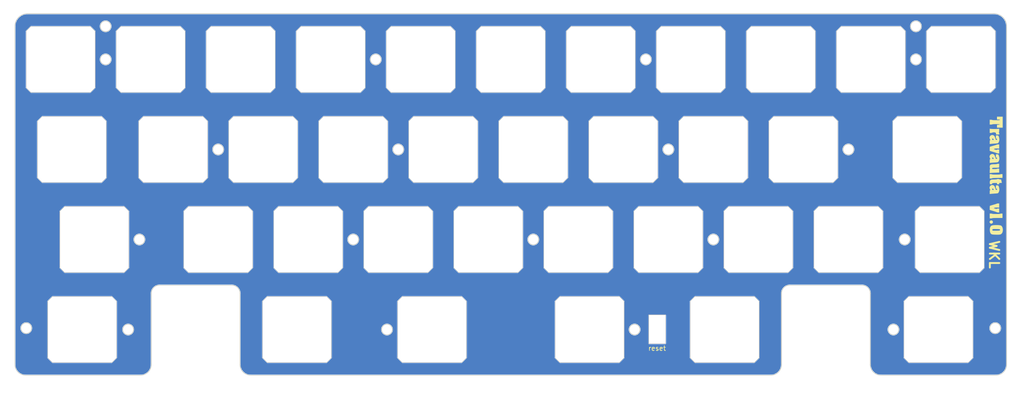
<source format=kicad_pcb>
(kicad_pcb (version 20221018) (generator pcbnew)
  (layers (0 "F.Cu" signal) (1 "In1.Cu" signal) (2 "In2.Cu" signal) (31 "B.Cu" signal) (34 "B.Paste" user) (35 "F.Paste" user) (36 "B.SilkS" user "B.Silkscreen") (37 "F.SilkS" user "F.Silkscreen") (38 "B.Mask" user) (39 "F.Mask" user) (44 "Edge.Cuts" user))
  (net 0 "")
  (net 1 "GND")
  (footprint "cipulot_parts:ecs_plate_cut_1U" (layer "F.Cu") (at 194.47 114.3)
    (fp_text reference "REF**")
    (fp_text value "Value " hide)
    (fp_line (start -7.3 -6) (end -7.3 6) (stroke (width 0.12)) (layer "Edge.Cuts"))
    (fp_line (start -7.3 6) (end -6.3 7) (stroke (width 0.12)) (layer "Edge.Cuts"))
    (fp_line (start -6.3 -7) (end -7.3 -6) (stroke (width 0.12)) (layer "Edge.Cuts"))
    (fp_line (start -6.3 7) (end 6.3 7) (stroke (width 0.12)) (layer "Edge.Cuts"))
    (fp_line (start 6.3 -7) (end -6.3 -7) (stroke (width 0.12)) (layer "Edge.Cuts"))
    (fp_line (start 6.3 -7) (end 7.3 -6) (stroke (width 0.12)) (layer "Edge.Cuts"))
    (fp_line (start 6.3 7) (end 7.3 6) (stroke (width 0.12)) (layer "Edge.Cuts"))
    (fp_line (start 7.3 6) (end 7.3 -6) (stroke (width 0.12)) (layer "Edge.Cuts"))
  )
  (footprint "cipulot_parts:ecs_plate_cut_1U" (layer "F.Cu") (at 225.425 57.15)
    (fp_text reference "REF**")
    (fp_text value "Value " hide)
    (fp_line (start -7.3 -6) (end -7.3 6) (stroke (width 0.12)) (layer "Edge.Cuts"))
    (fp_line (start -7.3 6) (end -6.3 7) (stroke (width 0.12)) (layer "Edge.Cuts"))
    (fp_line (start -6.3 -7) (end -7.3 -6) (stroke (width 0.12)) (layer "Edge.Cuts"))
    (fp_line (start -6.3 7) (end 6.3 7) (stroke (width 0.12)) (layer "Edge.Cuts"))
    (fp_line (start 6.3 -7) (end -6.3 -7) (stroke (width 0.12)) (layer "Edge.Cuts"))
    (fp_line (start 6.3 -7) (end 7.3 -6) (stroke (width 0.12)) (layer "Edge.Cuts"))
    (fp_line (start 6.3 7) (end 7.3 6) (stroke (width 0.12)) (layer "Edge.Cuts"))
    (fp_line (start 7.3 6) (end 7.3 -6) (stroke (width 0.12)) (layer "Edge.Cuts"))
  )
  (footprint "cipulot_parts:ecs_plate_cut_1U" (layer "F.Cu") (at 77.7875 76.2)
    (fp_text reference "REF**")
    (fp_text value "Value " hide)
    (fp_line (start -7.3 -6) (end -7.3 6) (stroke (width 0.12)) (layer "Edge.Cuts"))
    (fp_line (start -7.3 6) (end -6.3 7) (stroke (width 0.12)) (layer "Edge.Cuts"))
    (fp_line (start -6.3 -7) (end -7.3 -6) (stroke (width 0.12)) (layer "Edge.Cuts"))
    (fp_line (start -6.3 7) (end 6.3 7) (stroke (width 0.12)) (layer "Edge.Cuts"))
    (fp_line (start 6.3 -7) (end -6.3 -7) (stroke (width 0.12)) (layer "Edge.Cuts"))
    (fp_line (start 6.3 -7) (end 7.3 -6) (stroke (width 0.12)) (layer "Edge.Cuts"))
    (fp_line (start 6.3 7) (end 7.3 6) (stroke (width 0.12)) (layer "Edge.Cuts"))
    (fp_line (start 7.3 6) (end 7.3 -6) (stroke (width 0.12)) (layer "Edge.Cuts"))
  )
  (footprint "cipulot_parts:ecs_plate_cut_1U" (layer "F.Cu") (at 206.375 57.15)
    (fp_text reference "REF**")
    (fp_text value "Value " hide)
    (fp_line (start -7.3 -6) (end -7.3 6) (stroke (width 0.12)) (layer "Edge.Cuts"))
    (fp_line (start -7.3 6) (end -6.3 7) (stroke (width 0.12)) (layer "Edge.Cuts"))
    (fp_line (start -6.3 -7) (end -7.3 -6) (stroke (width 0.12)) (layer "Edge.Cuts"))
    (fp_line (start -6.3 7) (end 6.3 7) (stroke (width 0.12)) (layer "Edge.Cuts"))
    (fp_line (start 6.3 -7) (end -6.3 -7) (stroke (width 0.12)) (layer "Edge.Cuts"))
    (fp_line (start 6.3 -7) (end 7.3 -6) (stroke (width 0.12)) (layer "Edge.Cuts"))
    (fp_line (start 6.3 7) (end 7.3 6) (stroke (width 0.12)) (layer "Edge.Cuts"))
    (fp_line (start 7.3 6) (end 7.3 -6) (stroke (width 0.12)) (layer "Edge.Cuts"))
  )
  (footprint "cipulot_parts:ecs_plate_cut_1U" (layer "F.Cu") (at 125.4125 95.25)
    (fp_text reference "REF**")
    (fp_text value "Value " hide)
    (fp_line (start -7.3 -6) (end -7.3 6) (stroke (width 0.12)) (layer "Edge.Cuts"))
    (fp_line (start -7.3 6) (end -6.3 7) (stroke (width 0.12)) (layer "Edge.Cuts"))
    (fp_line (start -6.3 -7) (end -7.3 -6) (stroke (width 0.12)) (layer "Edge.Cuts"))
    (fp_line (start -6.3 7) (end 6.3 7) (stroke (width 0.12)) (layer "Edge.Cuts"))
    (fp_line (start 6.3 -7) (end -6.3 -7) (stroke (width 0.12)) (layer "Edge.Cuts"))
    (fp_line (start 6.3 -7) (end 7.3 -6) (stroke (width 0.12)) (layer "Edge.Cuts"))
    (fp_line (start 6.3 7) (end 7.3 6) (stroke (width 0.12)) (layer "Edge.Cuts"))
    (fp_line (start 7.3 6) (end 7.3 -6) (stroke (width 0.12)) (layer "Edge.Cuts"))
  )
  (footprint "cipulot_parts:ecs_plate_cut_1U" (layer "F.Cu") (at 115.8875 76.2)
    (fp_text reference "REF**")
    (fp_text value "Value " hide)
    (fp_line (start -7.3 -6) (end -7.3 6) (stroke (width 0.12)) (layer "Edge.Cuts"))
    (fp_line (start -7.3 6) (end -6.3 7) (stroke (width 0.12)) (layer "Edge.Cuts"))
    (fp_line (start -6.3 -7) (end -7.3 -6) (stroke (width 0.12)) (layer "Edge.Cuts"))
    (fp_line (start -6.3 7) (end 6.3 7) (stroke (width 0.12)) (layer "Edge.Cuts"))
    (fp_line (start 6.3 -7) (end -6.3 -7) (stroke (width 0.12)) (layer "Edge.Cuts"))
    (fp_line (start 6.3 -7) (end 7.3 -6) (stroke (width 0.12)) (layer "Edge.Cuts"))
    (fp_line (start 6.3 7) (end 7.3 6) (stroke (width 0.12)) (layer "Edge.Cuts"))
    (fp_line (start 7.3 6) (end 7.3 -6) (stroke (width 0.12)) (layer "Edge.Cuts"))
  )
  (footprint "cipulot_parts:ecs_plate_cut_1U" (layer "F.Cu") (at 163.5125 95.25)
    (fp_text reference "REF**")
    (fp_text value "Value " hide)
    (fp_line (start -7.3 -6) (end -7.3 6) (stroke (width 0.12)) (layer "Edge.Cuts"))
    (fp_line (start -7.3 6) (end -6.3 7) (stroke (width 0.12)) (layer "Edge.Cuts"))
    (fp_line (start -6.3 -7) (end -7.3 -6) (stroke (width 0.12)) (layer "Edge.Cuts"))
    (fp_line (start -6.3 7) (end 6.3 7) (stroke (width 0.12)) (layer "Edge.Cuts"))
    (fp_line (start 6.3 -7) (end -6.3 -7) (stroke (width 0.12)) (layer "Edge.Cuts"))
    (fp_line (start 6.3 -7) (end 7.3 -6) (stroke (width 0.12)) (layer "Edge.Cuts"))
    (fp_line (start 6.3 7) (end 7.3 6) (stroke (width 0.12)) (layer "Edge.Cuts"))
    (fp_line (start 7.3 6) (end 7.3 -6) (stroke (width 0.12)) (layer "Edge.Cuts"))
  )
  (footprint "cipulot_parts:ecs_plate_cut_1U" (layer "F.Cu") (at 153.9875 76.2)
    (fp_text reference "REF**")
    (fp_text value "Value " hide)
    (fp_line (start -7.3 -6) (end -7.3 6) (stroke (width 0.12)) (layer "Edge.Cuts"))
    (fp_line (start -7.3 6) (end -6.3 7) (stroke (width 0.12)) (layer "Edge.Cuts"))
    (fp_line (start -6.3 -7) (end -7.3 -6) (stroke (width 0.12)) (layer "Edge.Cuts"))
    (fp_line (start -6.3 7) (end 6.3 7) (stroke (width 0.12)) (layer "Edge.Cuts"))
    (fp_line (start 6.3 -7) (end -6.3 -7) (stroke (width 0.12)) (layer "Edge.Cuts"))
    (fp_line (start 6.3 -7) (end 7.3 -6) (stroke (width 0.12)) (layer "Edge.Cuts"))
    (fp_line (start 6.3 7) (end 7.3 6) (stroke (width 0.12)) (layer "Edge.Cuts"))
    (fp_line (start 7.3 6) (end 7.3 -6) (stroke (width 0.12)) (layer "Edge.Cuts"))
  )
  (footprint "cipulot_parts:ecs_plate_cut_1U" (layer "F.Cu") (at 168.275 57.15)
    (fp_text reference "REF**")
    (fp_text value "Value " hide)
    (fp_line (start -7.3 -6) (end -7.3 6) (stroke (width 0.12)) (layer "Edge.Cuts"))
    (fp_line (start -7.3 6) (end -6.3 7) (stroke (width 0.12)) (layer "Edge.Cuts"))
    (fp_line (start -6.3 -7) (end -7.3 -6) (stroke (width 0.12)) (layer "Edge.Cuts"))
    (fp_line (start -6.3 7) (end 6.3 7) (stroke (width 0.12)) (layer "Edge.Cuts"))
    (fp_line (start 6.3 -7) (end -6.3 -7) (stroke (width 0.12)) (layer "Edge.Cuts"))
    (fp_line (start 6.3 -7) (end 7.3 -6) (stroke (width 0.12)) (layer "Edge.Cuts"))
    (fp_line (start 6.3 7) (end 7.3 6) (stroke (width 0.12)) (layer "Edge.Cuts"))
    (fp_line (start 7.3 6) (end 7.3 -6) (stroke (width 0.12)) (layer "Edge.Cuts"))
  )
  (footprint "cipulot_parts:ecs_plate_cut_1U" (layer "F.Cu") (at 134.9375 76.2)
    (fp_text reference "REF**")
    (fp_text value "Value " hide)
    (fp_line (start -7.3 -6) (end -7.3 6) (stroke (width 0.12)) (layer "Edge.Cuts"))
    (fp_line (start -7.3 6) (end -6.3 7) (stroke (width 0.12)) (layer "Edge.Cuts"))
    (fp_line (start -6.3 -7) (end -7.3 -6) (stroke (width 0.12)) (layer "Edge.Cuts"))
    (fp_line (start -6.3 7) (end 6.3 7) (stroke (width 0.12)) (layer "Edge.Cuts"))
    (fp_line (start 6.3 -7) (end -6.3 -7) (stroke (width 0.12)) (layer "Edge.Cuts"))
    (fp_line (start 6.3 -7) (end 7.3 -6) (stroke (width 0.12)) (layer "Edge.Cuts"))
    (fp_line (start 6.3 7) (end 7.3 6) (stroke (width 0.12)) (layer "Edge.Cuts"))
    (fp_line (start 7.3 6) (end 7.3 -6) (stroke (width 0.12)) (layer "Edge.Cuts"))
  )
  (footprint "cipulot_parts:ecs_plate_cut_1U" (layer "F.Cu") (at 130.175 57.15)
    (fp_text reference "REF**")
    (fp_text value "Value " hide)
    (fp_line (start -7.3 -6) (end -7.3 6) (stroke (width 0.12)) (layer "Edge.Cuts"))
    (fp_line (start -7.3 6) (end -6.3 7) (stroke (width 0.12)) (layer "Edge.Cuts"))
    (fp_line (start -6.3 -7) (end -7.3 -6) (stroke (width 0.12)) (layer "Edge.Cuts"))
    (fp_line (start -6.3 7) (end 6.3 7) (stroke (width 0.12)) (layer "Edge.Cuts"))
    (fp_line (start 6.3 -7) (end -6.3 -7) (stroke (width 0.12)) (layer "Edge.Cuts"))
    (fp_line (start 6.3 -7) (end 7.3 -6) (stroke (width 0.12)) (layer "Edge.Cuts"))
    (fp_line (start 6.3 7) (end 7.3 6) (stroke (width 0.12)) (layer "Edge.Cuts"))
    (fp_line (start 7.3 6) (end 7.3 -6) (stroke (width 0.12)) (layer "Edge.Cuts"))
  )
  (footprint "cipulot_parts:ecs_plate_cut_1U" (layer "F.Cu") (at 220.6625 95.25)
    (fp_text reference "REF**")
    (fp_text value "Value " hide)
    (fp_line (start -7.3 -6) (end -7.3 6) (stroke (width 0.12)) (layer "Edge.Cuts"))
    (fp_line (start -7.3 6) (end -6.3 7) (stroke (width 0.12)) (layer "Edge.Cuts"))
    (fp_line (start -6.3 -7) (end -7.3 -6) (stroke (width 0.12)) (layer "Edge.Cuts"))
    (fp_line (start -6.3 7) (end 6.3 7) (stroke (width 0.12)) (layer "Edge.Cuts"))
    (fp_line (start 6.3 -7) (end -6.3 -7) (stroke (width 0.12)) (layer "Edge.Cuts"))
    (fp_line (start 6.3 -7) (end 7.3 -6) (stroke (width 0.12)) (layer "Edge.Cuts"))
    (fp_line (start 6.3 7) (end 7.3 6) (stroke (width 0.12)) (layer "Edge.Cuts"))
    (fp_line (start 7.3 6) (end 7.3 -6) (stroke (width 0.12)) (layer "Edge.Cuts"))
  )
  (footprint "cipulot_parts:ecs_plate_cut_1U" (layer "F.Cu") (at 92.075 57.15)
    (fp_text reference "REF**")
    (fp_text value "Value " hide)
    (fp_line (start -7.3 -6) (end -7.3 6) (stroke (width 0.12)) (layer "Edge.Cuts"))
    (fp_line (start -7.3 6) (end -6.3 7) (stroke (width 0.12)) (layer "Edge.Cuts"))
    (fp_line (start -6.3 -7) (end -7.3 -6) (stroke (width 0.12)) (layer "Edge.Cuts"))
    (fp_line (start -6.3 7) (end 6.3 7) (stroke (width 0.12)) (layer "Edge.Cuts"))
    (fp_line (start 6.3 -7) (end -6.3 -7) (stroke (width 0.12)) (layer "Edge.Cuts"))
    (fp_line (start 6.3 -7) (end 7.3 -6) (stroke (width 0.12)) (layer "Edge.Cuts"))
    (fp_line (start 6.3 7) (end 7.3 6) (stroke (width 0.12)) (layer "Edge.Cuts"))
    (fp_line (start 7.3 6) (end 7.3 -6) (stroke (width 0.12)) (layer "Edge.Cuts"))
  )
  (footprint "cipulot_parts:ecs_plate_cut_1U" (layer "F.Cu") (at 58.53125 114.3)
    (fp_text reference "REF**")
    (fp_text value "Value " hide)
    (fp_line (start -7.3 -6) (end -7.3 6) (stroke (width 0.12)) (layer "Edge.Cuts"))
    (fp_line (start -7.3 6) (end -6.3 7) (stroke (width 0.12)) (layer "Edge.Cuts"))
    (fp_line (start -6.3 -7) (end -7.3 -6) (stroke (width 0.12)) (layer "Edge.Cuts"))
    (fp_line (start -6.3 7) (end 6.3 7) (stroke (width 0.12)) (layer "Edge.Cuts"))
    (fp_line (start 6.3 -7) (end -6.3 -7) (stroke (width 0.12)) (layer "Edge.Cuts"))
    (fp_line (start 6.3 -7) (end 7.3 -6) (stroke (width 0.12)) (layer "Edge.Cuts"))
    (fp_line (start 6.3 7) (end 7.3 6) (stroke (width 0.12)) (layer "Edge.Cuts"))
    (fp_line (start 7.3 6) (end 7.3 -6) (stroke (width 0.12)) (layer "Edge.Cuts"))
  )
  (footprint "cipulot_parts:ecs_plate_cut_1U" (layer "F.Cu") (at 87.3125 95.25)
    (fp_text reference "REF**")
    (fp_text value "Value " hide)
    (fp_line (start -7.3 -6) (end -7.3 6) (stroke (width 0.12)) (layer "Edge.Cuts"))
    (fp_line (start -7.3 6) (end -6.3 7) (stroke (width 0.12)) (layer "Edge.Cuts"))
    (fp_line (start -6.3 -7) (end -7.3 -6) (stroke (width 0.12)) (layer "Edge.Cuts"))
    (fp_line (start -6.3 7) (end 6.3 7) (stroke (width 0.12)) (layer "Edge.Cuts"))
    (fp_line (start 6.3 -7) (end -6.3 -7) (stroke (width 0.12)) (layer "Edge.Cuts"))
    (fp_line (start 6.3 -7) (end 7.3 -6) (stroke (width 0.12)) (layer "Edge.Cuts"))
    (fp_line (start 6.3 7) (end 7.3 6) (stroke (width 0.12)) (layer "Edge.Cuts"))
    (fp_line (start 7.3 6) (end 7.3 -6) (stroke (width 0.12)) (layer "Edge.Cuts"))
  )
  (footprint "cipulot_parts:ecs_plate_cut_1U" (layer "F.Cu") (at 53.975 57.15)
    (fp_text reference "REF**")
    (fp_text value "Value " hide)
    (fp_line (start -7.3 -6) (end -7.3 6) (stroke (width 0.12)) (layer "Edge.Cuts"))
    (fp_line (start -7.3 6) (end -6.3 7) (stroke (width 0.12)) (layer "Edge.Cuts"))
    (fp_line (start -6.3 -7) (end -7.3 -6) (stroke (width 0.12)) (layer "Edge.Cuts"))
    (fp_line (start -6.3 7) (end 6.3 7) (stroke (width 0.12)) (layer "Edge.Cuts"))
    (fp_line (start 6.3 -7) (end -6.3 -7) (stroke (width 0.12)) (layer "Edge.Cuts"))
    (fp_line (start 6.3 -7) (end 7.3 -6) (stroke (width 0.12)) (layer "Edge.Cuts"))
    (fp_line (start 6.3 7) (end 7.3 6) (stroke (width 0.12)) (layer "Edge.Cuts"))
    (fp_line (start 7.3 6) (end 7.3 -6) (stroke (width 0.12)) (layer "Edge.Cuts"))
  )
  (footprint "cipulot_parts:ecs_plate_cut_1U" (layer "F.Cu") (at 165.892 114.3)
    (fp_text reference "REF**")
    (fp_text value "Value " hide)
    (fp_line (start -7.3 -6) (end -7.3 6) (stroke (width 0.12)) (layer "Edge.Cuts"))
    (fp_line (start -7.3 6) (end -6.3 7) (stroke (width 0.12)) (layer "Edge.Cuts"))
    (fp_line (start -6.3 -7) (end -7.3 -6) (stroke (width 0.12)) (layer "Edge.Cuts"))
    (fp_line (start -6.3 7) (end 6.3 7) (stroke (width 0.12)) (layer "Edge.Cuts"))
    (fp_line (start 6.3 -7) (end -6.3 -7) (stroke (width 0.12)) (layer "Edge.Cuts"))
    (fp_line (start 6.3 -7) (end 7.3 -6) (stroke (width 0.12)) (layer "Edge.Cuts"))
    (fp_line (start 6.3 7) (end 7.3 6) (stroke (width 0.12)) (layer "Edge.Cuts"))
    (fp_line (start 7.3 6) (end 7.3 -6) (stroke (width 0.12)) (layer "Edge.Cuts"))
  )
  (footprint "cipulot_parts:ecs_plate_cut_1U" (layer "F.Cu") (at 182.5625 95.25)
    (fp_text reference "REF**")
    (fp_text value "Value " hide)
    (fp_line (start -7.3 -6) (end -7.3 6) (stroke (width 0.12)) (layer "Edge.Cuts"))
    (fp_line (start -7.3 6) (end -6.3 7) (stroke (width 0.12)) (layer "Edge.Cuts"))
    (fp_line (start -6.3 -7) (end -7.3 -6) (stroke (width 0.12)) (layer "Edge.Cuts"))
    (fp_line (start -6.3 7) (end 6.3 7) (stroke (width 0.12)) (layer "Edge.Cuts"))
    (fp_line (start 6.3 -7) (end -6.3 -7) (stroke (width 0.12)) (layer "Edge.Cuts"))
    (fp_line (start 6.3 -7) (end 7.3 -6) (stroke (width 0.12)) (layer "Edge.Cuts"))
    (fp_line (start 6.3 7) (end 7.3 6) (stroke (width 0.12)) (layer "Edge.Cuts"))
    (fp_line (start 7.3 6) (end 7.3 -6) (stroke (width 0.12)) (layer "Edge.Cuts"))
  )
  (footprint "LOGO" (layer "F.Cu") (at 251.908901 81.748493 -90)
    (fp_text reference "G***" hide)
    (fp_text value "LOGO" hide)
  )
  (footprint "cipulot_parts:ecs_plate_cut_1U" (layer "F.Cu") (at 144.4625 95.25)
    (fp_text reference "REF**")
    (fp_text value "Value " hide)
    (fp_line (start -7.3 -6) (end -7.3 6) (stroke (width 0.12)) (layer "Edge.Cuts"))
    (fp_line (start -7.3 6) (end -6.3 7) (stroke (width 0.12)) (layer "Edge.Cuts"))
    (fp_line (start -6.3 -7) (end -7.3 -6) (stroke (width 0.12)) (layer "Edge.Cuts"))
    (fp_line (start -6.3 7) (end 6.3 7) (stroke (width 0.12)) (layer "Edge.Cuts"))
    (fp_line (start 6.3 -7) (end -6.3 -7) (stroke (width 0.12)) (layer "Edge.Cuts"))
    (fp_line (start 6.3 -7) (end 7.3 -6) (stroke (width 0.12)) (layer "Edge.Cuts"))
    (fp_line (start 6.3 7) (end 7.3 6) (stroke (width 0.12)) (layer "Edge.Cuts"))
    (fp_line (start 7.3 6) (end 7.3 -6) (stroke (width 0.12)) (layer "Edge.Cuts"))
  )
  (footprint "cipulot_parts:ecs_plate_cut_1U" (layer "F.Cu") (at 173.0375 76.2)
    (fp_text reference "REF**")
    (fp_text value "Value " hide)
    (fp_line (start -7.3 -6) (end -7.3 6) (stroke (width 0.12)) (layer "Edge.Cuts"))
    (fp_line (start -7.3 6) (end -6.3 7) (stroke (width 0.12)) (layer "Edge.Cuts"))
    (fp_line (start -6.3 -7) (end -7.3 -6) (stroke (width 0.12)) (layer "Edge.Cuts"))
    (fp_line (start -6.3 7) (end 6.3 7) (stroke (width 0.12)) (layer "Edge.Cuts"))
    (fp_line (start 6.3 -7) (end -6.3 -7) (stroke (width 0.12)) (layer "Edge.Cuts"))
    (fp_line (start 6.3 -7) (end 7.3 -6) (stroke (width 0.12)) (layer "Edge.Cuts"))
    (fp_line (start 6.3 7) (end 7.3 6) (stroke (width 0.12)) (layer "Edge.Cuts"))
    (fp_line (start 7.3 6) (end 7.3 -6) (stroke (width 0.12)) (layer "Edge.Cuts"))
  )
  (footprint "cipulot_parts:ecs_plate_cut_1U" (layer "F.Cu") (at 149.225 57.15)
    (fp_text reference "REF**")
    (fp_text value "Value " hide)
    (fp_line (start -7.3 -6) (end -7.3 6) (stroke (width 0.12)) (layer "Edge.Cuts"))
    (fp_line (start -7.3 6) (end -6.3 7) (stroke (width 0.12)) (layer "Edge.Cuts"))
    (fp_line (start -6.3 -7) (end -7.3 -6) (stroke (width 0.12)) (layer "Edge.Cuts"))
    (fp_line (start -6.3 7) (end 6.3 7) (stroke (width 0.12)) (layer "Edge.Cuts"))
    (fp_line (start 6.3 -7) (end -6.3 -7) (stroke (width 0.12)) (layer "Edge.Cuts"))
    (fp_line (start 6.3 -7) (end 7.3 -6) (stroke (width 0.12)) (layer "Edge.Cuts"))
    (fp_line (start 6.3 7) (end 7.3 6) (stroke (width 0.12)) (layer "Edge.Cuts"))
    (fp_line (start 7.3 6) (end 7.3 -6) (stroke (width 0.12)) (layer "Edge.Cuts"))
  )
  (footprint "cipulot_parts:ecs_plate_cut_1U" (layer "F.Cu") (at 73.025 57.15)
    (fp_text reference "REF**")
    (fp_text value "Value " hide)
    (fp_line (start -7.3 -6) (end -7.3 6) (stroke (width 0.12)) (layer "Edge.Cuts"))
    (fp_line (start -7.3 6) (end -6.3 7) (stroke (width 0.12)) (layer "Edge.Cuts"))
    (fp_line (start -6.3 -7) (end -7.3 -6) (stroke (width 0.12)) (layer "Edge.Cuts"))
    (fp_line (start -6.3 7) (end 6.3 7) (stroke (width 0.12)) (layer "Edge.Cuts"))
    (fp_line (start 6.3 -7) (end -6.3 -7) (stroke (width 0.12)) (layer "Edge.Cuts"))
    (fp_line (start 6.3 -7) (end 7.3 -6) (stroke (width 0.12)) (layer "Edge.Cuts"))
    (fp_line (start 6.3 7) (end 7.3 6) (stroke (width 0.12)) (layer "Edge.Cuts"))
    (fp_line (start 7.3 6) (end 7.3 -6) (stroke (width 0.12)) (layer "Edge.Cuts"))
  )
  (footprint "cipulot_parts:ecs_plate_cut_1U" (layer "F.Cu") (at 237.33 76.2)
    (fp_text reference "REF**")
    (fp_text value "Value " hide)
    (fp_line (start -7.3 -6) (end -7.3 6) (stroke (width 0.12)) (layer "Edge.Cuts"))
    (fp_line (start -7.3 6) (end -6.3 7) (stroke (width 0.12)) (layer "Edge.Cuts"))
    (fp_line (start -6.3 -7) (end -7.3 -6) (stroke (width 0.12)) (layer "Edge.Cuts"))
    (fp_line (start -6.3 7) (end 6.3 7) (stroke (width 0.12)) (layer "Edge.Cuts"))
    (fp_line (start 6.3 -7) (end -6.3 -7) (stroke (width 0.12)) (layer "Edge.Cuts"))
    (fp_line (start 6.3 -7) (end 7.3 -6) (stroke (width 0.12)) (layer "Edge.Cuts"))
    (fp_line (start 6.3 7) (end 7.3 6) (stroke (width 0.12)) (layer "Edge.Cuts"))
    (fp_line (start 7.3 6) (end 7.3 -6) (stroke (width 0.12)) (layer "Edge.Cuts"))
  )
  (footprint "cipulot_parts:ecs_plate_cut_1U" (layer "F.Cu") (at 103.98 114.3)
    (fp_text reference "REF**")
    (fp_text value "Value " hide)
    (fp_line (start -7.3 -6) (end -7.3 6) (stroke (width 0.12)) (layer "Edge.Cuts"))
    (fp_line (start -7.3 6) (end -6.3 7) (stroke (width 0.12)) (layer "Edge.Cuts"))
    (fp_line (start -6.3 -7) (end -7.3 -6) (stroke (width 0.12)) (layer "Edge.Cuts"))
    (fp_line (start -6.3 7) (end 6.3 7) (stroke (width 0.12)) (layer "Edge.Cuts"))
    (fp_line (start 6.3 -7) (end -6.3 -7) (stroke (width 0.12)) (layer "Edge.Cuts"))
    (fp_line (start 6.3 -7) (end 7.3 -6) (stroke (width 0.12)) (layer "Edge.Cuts"))
    (fp_line (start 6.3 7) (end 7.3 6) (stroke (width 0.12)) (layer "Edge.Cuts"))
    (fp_line (start 7.3 6) (end 7.3 -6) (stroke (width 0.12)) (layer "Edge.Cuts"))
  )
  (footprint "cipulot_parts:ecs_plate_cut_1U" (layer "F.Cu") (at 239.7125 114.3)
    (fp_text reference "REF**")
    (fp_text value "Value " hide)
    (fp_line (start -7.3 -6) (end -7.3 6) (stroke (width 0.12)) (layer "Edge.Cuts"))
    (fp_line (start -7.3 6) (end -6.3 7) (stroke (width 0.12)) (layer "Edge.Cuts"))
    (fp_line (start -6.3 -7) (end -7.3 -6) (stroke (width 0.12)) (layer "Edge.Cuts"))
    (fp_line (start -6.3 7) (end 6.3 7) (stroke (width 0.12)) (layer "Edge.Cuts"))
    (fp_line (start 6.3 -7) (end -6.3 -7) (stroke (width 0.12)) (layer "Edge.Cuts"))
    (fp_line (start 6.3 -7) (end 7.3 -6) (stroke (width 0.12)) (layer "Edge.Cuts"))
    (fp_line (start 6.3 7) (end 7.3 6) (stroke (width 0.12)) (layer "Edge.Cuts"))
    (fp_line (start 7.3 6) (end 7.3 -6) (stroke (width 0.12)) (layer "Edge.Cuts"))
  )
  (footprint "cipulot_parts:ecs_plate_cut_1U" (layer "F.Cu") (at 192.0875 76.2)
    (fp_text reference "REF**")
    (fp_text value "Value " hide)
    (fp_line (start -7.3 -6) (end -7.3 6) (stroke (width 0.12)) (layer "Edge.Cuts"))
    (fp_line (start -7.3 6) (end -6.3 7) (stroke (width 0.12)) (layer "Edge.Cuts"))
    (fp_line (start -6.3 -7) (end -7.3 -6) (stroke (width 0.12)) (layer "Edge.Cuts"))
    (fp_line (start -6.3 7) (end 6.3 7) (stroke (width 0.12)) (layer "Edge.Cuts"))
    (fp_line (start 6.3 -7) (end -6.3 -7) (stroke (width 0.12)) (layer "Edge.Cuts"))
    (fp_line (start 6.3 -7) (end 7.3 -6) (stroke (width 0.12)) (layer "Edge.Cuts"))
    (fp_line (start 6.3 7) (end 7.3 6) (stroke (width 0.12)) (layer "Edge.Cuts"))
    (fp_line (start 7.3 6) (end 7.3 -6) (stroke (width 0.12)) (layer "Edge.Cuts"))
  )
  (footprint "cipulot_parts:ecs_plate_cut_1U" (layer "F.Cu") (at 242.095 95.25)
    (fp_text reference "REF**")
    (fp_text value "Value " hide)
    (fp_line (start -7.3 -6) (end -7.3 6) (stroke (width 0.12)) (layer "Edge.Cuts"))
    (fp_line (start -7.3 6) (end -6.3 7) (stroke (width 0.12)) (layer "Edge.Cuts"))
    (fp_line (start -6.3 -7) (end -7.3 -6) (stroke (width 0.12)) (layer "Edge.Cuts"))
    (fp_line (start -6.3 7) (end 6.3 7) (stroke (width 0.12)) (layer "Edge.Cuts"))
    (fp_line (start 6.3 -7) (end -6.3 -7) (stroke (width 0.12)) (layer "Edge.Cuts"))
    (fp_line (start 6.3 -7) (end 7.3 -6) (stroke (width 0.12)) (layer "Edge.Cuts"))
    (fp_line (start 6.3 7) (end 7.3 6) (stroke (width 0.12)) (layer "Edge.Cuts"))
    (fp_line (start 7.3 6) (end 7.3 -6) (stroke (width 0.12)) (layer "Edge.Cuts"))
  )
  (footprint "cipulot_parts:ecs_plate_cut_1U" (layer "F.Cu") (at 187.325 57.15)
    (fp_text reference "REF**")
    (fp_text value "Value " hide)
    (fp_line (start -7.3 -6) (end -7.3 6) (stroke (width 0.12)) (layer "Edge.Cuts"))
    (fp_line (start -7.3 6) (end -6.3 7) (stroke (width 0.12)) (layer "Edge.Cuts"))
    (fp_line (start -6.3 -7) (end -7.3 -6) (stroke (width 0.12)) (layer "Edge.Cuts"))
    (fp_line (start -6.3 7) (end 6.3 7) (stroke (width 0.12)) (layer "Edge.Cuts"))
    (fp_line (start 6.3 -7) (end -6.3 -7) (stroke (width 0.12)) (layer "Edge.Cuts"))
    (fp_line (start 6.3 -7) (end 7.3 -6) (stroke (width 0.12)) (layer "Edge.Cuts"))
    (fp_line (start 6.3 7) (end 7.3 6) (stroke (width 0.12)) (layer "Edge.Cuts"))
    (fp_line (start 7.3 6) (end 7.3 -6) (stroke (width 0.12)) (layer "Edge.Cuts"))
  )
  (footprint "cipulot_parts:ecs_plate_cut_1U" (layer "F.Cu") (at 201.6125 95.25)
    (fp_text reference "REF**")
    (fp_text value "Value " hide)
    (fp_line (start -7.3 -6) (end -7.3 6) (stroke (width 0.12)) (layer "Edge.Cuts"))
    (fp_line (start -7.3 6) (end -6.3 7) (stroke (width 0.12)) (layer "Edge.Cuts"))
    (fp_line (start -6.3 -7) (end -7.3 -6) (stroke (width 0.12)) (layer "Edge.Cuts"))
    (fp_line (start -6.3 7) (end 6.3 7) (stroke (width 0.12)) (layer "Edge.Cuts"))
    (fp_line (start 6.3 -7) (end -6.3 -7) (stroke (width 0.12)) (layer "Edge.Cuts"))
    (fp_line (start 6.3 -7) (end 7.3 -6) (stroke (width 0.12)) (layer "Edge.Cuts"))
    (fp_line (start 6.3 7) (end 7.3 6) (stroke (width 0.12)) (layer "Edge.Cuts"))
    (fp_line (start 7.3 6) (end 7.3 -6) (stroke (width 0.12)) (layer "Edge.Cuts"))
  )
  (footprint "cipulot_parts:ecs_plate_cut_1U" (layer "F.Cu") (at 61.12 95.25)
    (fp_text reference "REF**")
    (fp_text value "Value " hide)
    (fp_line (start -7.3 -6) (end -7.3 6) (stroke (width 0.12)) (layer "Edge.Cuts"))
    (fp_line (start -7.3 6) (end -6.3 7) (stroke (width 0.12)) (layer "Edge.Cuts"))
    (fp_line (start -6.3 -7) (end -7.3 -6) (stroke (width 0.12)) (layer "Edge.Cuts"))
    (fp_line (start -6.3 7) (end 6.3 7) (stroke (width 0.12)) (layer "Edge.Cuts"))
    (fp_line (start 6.3 -7) (end -6.3 -7) (stroke (width 0.12)) (layer "Edge.Cuts"))
    (fp_line (start 6.3 -7) (end 7.3 -6) (stroke (width 0.12)) (layer "Edge.Cuts"))
    (fp_line (start 6.3 7) (end 7.3 6) (stroke (width 0.12)) (layer "Edge.Cuts"))
    (fp_line (start 7.3 6) (end 7.3 -6) (stroke (width 0.12)) (layer "Edge.Cuts"))
  )
  (footprint "cipulot_parts:ecs_plate_cut_1U" (layer "F.Cu") (at 56.358 76.2)
    (fp_text reference "REF**")
    (fp_text value "Value " hide)
    (fp_line (start -7.3 -6) (end -7.3 6) (stroke (width 0.12)) (layer "Edge.Cuts"))
    (fp_line (start -7.3 6) (end -6.3 7) (stroke (width 0.12)) (layer "Edge.Cuts"))
    (fp_line (start -6.3 -7) (end -7.3 -6) (stroke (width 0.12)) (layer "Edge.Cuts"))
    (fp_line (start -6.3 7) (end 6.3 7) (stroke (width 0.12)) (layer "Edge.Cuts"))
    (fp_line (start 6.3 -7) (end -6.3 -7) (stroke (width 0.12)) (layer "Edge.Cuts"))
    (fp_line (start 6.3 -7) (end 7.3 -6) (stroke (width 0.12)) (layer "Edge.Cuts"))
    (fp_line (start 6.3 7) (end 7.3 6) (stroke (width 0.12)) (layer "Edge.Cuts"))
    (fp_line (start 7.3 6) (end 7.3 -6) (stroke (width 0.12)) (layer "Edge.Cuts"))
  )
  (footprint "cipulot_parts:ecs_plate_cut_1U" (layer "F.Cu") (at 244.475 57.15)
    (fp_text reference "REF**")
    (fp_text value "Value " hide)
    (fp_line (start -7.3 -6) (end -7.3 6) (stroke (width 0.12)) (layer "Edge.Cuts"))
    (fp_line (start -7.3 6) (end -6.3 7) (stroke (width 0.12)) (layer "Edge.Cuts"))
    (fp_line (start -6.3 -7) (end -7.3 -6) (stroke (width 0.12)) (layer "Edge.Cuts"))
    (fp_line (start -6.3 7) (end 6.3 7) (stroke (width 0.12)) (layer "Edge.Cuts"))
    (fp_line (start 6.3 -7) (end -6.3 -7) (stroke (width 0.12)) (layer "Edge.Cuts"))
    (fp_line (start 6.3 -7) (end 7.3 -6) (stroke (width 0.12)) (layer "Edge.Cuts"))
    (fp_line (start 6.3 7) (end 7.3 6) (stroke (width 0.12)) (layer "Edge.Cuts"))
    (fp_line (start 7.3 6) (end 7.3 -6) (stroke (width 0.12)) (layer "Edge.Cuts"))
  )
  (footprint "cipulot_parts:ecs_plate_cut_1U" (layer "F.Cu") (at 211.1375 76.2)
    (fp_text reference "REF**")
    (fp_text value "Value " hide)
    (fp_line (start -7.3 -6) (end -7.3 6) (stroke (width 0.12)) (layer "Edge.Cuts"))
    (fp_line (start -7.3 6) (end -6.3 7) (stroke (width 0.12)) (layer "Edge.Cuts"))
    (fp_line (start -6.3 -7) (end -7.3 -6) (stroke (width 0.12)) (layer "Edge.Cuts"))
    (fp_line (start -6.3 7) (end 6.3 7) (stroke (width 0.12)) (layer "Edge.Cuts"))
    (fp_line (start 6.3 -7) (end -6.3 -7) (stroke (width 0.12)) (layer "Edge.Cuts"))
    (fp_line (start 6.3 -7) (end 7.3 -6) (stroke (width 0.12)) (layer "Edge.Cuts"))
    (fp_line (start 6.3 7) (end 7.3 6) (stroke (width 0.12)) (layer "Edge.Cuts"))
    (fp_line (start 7.3 6) (end 7.3 -6) (stroke (width 0.12)) (layer "Edge.Cuts"))
  )
  (footprint "cipulot_parts:ecs_plate_cut_1U" (layer "F.Cu") (at 111.125 57.15)
    (fp_text reference "REF**")
    (fp_text value "Value " hide)
    (fp_line (start -7.3 -6) (end -7.3 6) (stroke (width 0.12)) (layer "Edge.Cuts"))
    (fp_line (start -7.3 6) (end -6.3 7) (stroke (width 0.12)) (layer "Edge.Cuts"))
    (fp_line (start -6.3 -7) (end -7.3 -6) (stroke (width 0.12)) (layer "Edge.Cuts"))
    (fp_line (start -6.3 7) (end 6.3 7) (stroke (width 0.12)) (layer "Edge.Cuts"))
    (fp_line (start 6.3 -7) (end -6.3 -7) (stroke (width 0.12)) (layer "Edge.Cuts"))
    (fp_line (start 6.3 -7) (end 7.3 -6) (stroke (width 0.12)) (layer "Edge.Cuts"))
    (fp_line (start 6.3 7) (end 7.3 6) (stroke (width 0.12)) (layer "Edge.Cuts"))
    (fp_line (start 7.3 6) (end 7.3 -6) (stroke (width 0.12)) (layer "Edge.Cuts"))
  )
  (footprint "cipulot_parts:ecs_plate_cut_1U" (layer "F.Cu") (at 106.3625 95.25)
    (fp_text reference "REF**")
    (fp_text value "Value " hide)
    (fp_line (start -7.3 -6) (end -7.3 6) (stroke (width 0.12)) (layer "Edge.Cuts"))
    (fp_line (start -7.3 6) (end -6.3 7) (stroke (width 0.12)) (layer "Edge.Cuts"))
    (fp_line (start -6.3 -7) (end -7.3 -6) (stroke (width 0.12)) (layer "Edge.Cuts"))
    (fp_line (start -6.3 7) (end 6.3 7) (stroke (width 0.12)) (layer "Edge.Cuts"))
    (fp_line (start 6.3 -7) (end -6.3 -7) (stroke (width 0.12)) (layer "Edge.Cuts"))
    (fp_line (start 6.3 -7) (end 7.3 -6) (stroke (width 0.12)) (layer "Edge.Cuts"))
    (fp_line (start 6.3 7) (end 7.3 6) (stroke (width 0.12)) (layer "Edge.Cuts"))
    (fp_line (start 7.3 6) (end 7.3 -6) (stroke (width 0.12)) (layer "Edge.Cuts"))
  )
  (footprint "cipulot_parts:ecs_plate_cut_1U" (layer "F.Cu") (at 96.8375 76.2)
    (fp_text reference "REF**")
    (fp_text value "Value " hide)
    (fp_line (start -7.3 -6) (end -7.3 6) (stroke (width 0.12)) (layer "Edge.Cuts"))
    (fp_line (start -7.3 6) (end -6.3 7) (stroke (width 0.12)) (layer "Edge.Cuts"))
    (fp_line (start -6.3 -7) (end -7.3 -6) (stroke (width 0.12)) (layer "Edge.Cuts"))
    (fp_line (start -6.3 7) (end 6.3 7) (stroke (width 0.12)) (layer "Edge.Cuts"))
    (fp_line (start 6.3 -7) (end -6.3 -7) (stroke (width 0.12)) (layer "Edge.Cuts"))
    (fp_line (start 6.3 -7) (end 7.3 -6) (stroke (width 0.12)) (layer "Edge.Cuts"))
    (fp_line (start 6.3 7) (end 7.3 6) (stroke (width 0.12)) (layer "Edge.Cuts"))
    (fp_line (start 7.3 6) (end 7.3 -6) (stroke (width 0.12)) (layer "Edge.Cuts"))
  )
  (footprint "cipulot_parts:ecs_plate_cut_1U" (layer "F.Cu") (at 132.555 114.3)
    (fp_text reference "REF**")
    (fp_text value "Value " hide)
    (fp_line (start -7.3 -6) (end -7.3 6) (stroke (width 0.12)) (layer "Edge.Cuts"))
    (fp_line (start -7.3 6) (end -6.3 7) (stroke (width 0.12)) (layer "Edge.Cuts"))
    (fp_line (start -6.3 -7) (end -7.3 -6) (stroke (width 0.12)) (layer "Edge.Cuts"))
    (fp_line (start -6.3 7) (end 6.3 7) (stroke (width 0.12)) (layer "Edge.Cuts"))
    (fp_line (start 6.3 -7) (end -6.3 -7) (stroke (width 0.12)) (layer "Edge.Cuts"))
    (fp_line (start 6.3 -7) (end 7.3 -6) (stroke (width 0.12)) (layer "Edge.Cuts"))
    (fp_line (start 6.3 7) (end 7.3 6) (stroke (width 0.12)) (layer "Edge.Cuts"))
    (fp_line (start 7.3 6) (end 7.3 -6) (stroke (width 0.12)) (layer "Edge.Cuts"))
  )
  (gr_circle (center 234.95 57.15) (end 236.1 57.15) (stroke (width 0.2)) (fill none) (layer "Edge.Cuts"))
  (gr_circle (center 175.41875 114.3) (end 176.56875 114.3) (stroke (width 0.2)) (fill none) (layer "Edge.Cuts"))
  (gr_arc (start 254.119326 121.693572) (mid 253.460299 123.28453) (end 251.869326 123.943572) (stroke (width 0.2)) (layer "Edge.Cuts"))
  (gr_circle (center 220.6625 76.2) (end 221.8125 76.2) (stroke (width 0.2)) (fill none) (layer "Edge.Cuts"))
  (gr_circle (center 120.65 57.15) (end 121.8 57.15) (stroke (width 0.2)) (fill none) (layer "Edge.Cuts"))
  (gr_circle (center 177.8 57.15) (end 178.95 57.15) (stroke (width 0.2)) (fill none) (layer "Edge.Cuts"))
  (gr_circle (center 123.03125 114.3) (end 124.18125 114.3) (stroke (width 0.2)) (fill none) (layer "Edge.Cuts"))
  (gr_circle (center 192.0875 95.25) (end 193.2375 95.25) (stroke (width 0.2)) (fill none) (layer "Edge.Cuts"))
  (gr_arc (start 206.494326 121.693572) (mid 205.835299 123.28453) (end 204.244326 123.943572) (stroke (width 0.2)) (layer "Edge.Cuts"))
  (gr_arc (start 206.494326 106.643572) (mid 207.006871 105.406103) (end 208.244326 104.893572) (stroke (width 0.2)) (layer "Edge.Cuts"))
  (gr_line (start 208.244326 104.893572) (end 223.544326 104.893572) (stroke (width 0.2)) (layer "Edge.Cuts"))
  (gr_arc (start 94.194326 123.943572) (mid 92.603318 123.284565) (end 91.944326 121.693572) (stroke (width 0.2)) (layer "Edge.Cuts"))
  (gr_arc (start 44.319326 50.143572) (mid 45.095493 48.269739) (end 46.969326 47.493572) (stroke (width 0.2)) (layer "Edge.Cuts"))
  (gr_line (start 91.944326 106.643572) (end 91.944326 121.693572) (stroke (width 0.2)) (layer "Edge.Cuts"))
  (gr_arc (start 227.544326 123.943572) (mid 225.953318 123.284565) (end 225.294326 121.693572) (stroke (width 0.2)) (layer "Edge.Cuts"))
  (gr_circle (center 153.9875 95.25) (end 155.1375 95.25) (stroke (width 0.2)) (fill none) (layer "Edge.Cuts"))
  (gr_circle (center 115.8875 95.25) (end 117.0375 95.25) (stroke (width 0.2)) (fill none) (layer "Edge.Cuts"))
  (gr_circle (center 70.64375 95.25) (end 71.79375 95.25) (stroke (width 0.2)) (fill none) (layer "Edge.Cuts"))
  (gr_line (start 94.194326 123.943572) (end 204.244326 123.943572) (stroke (width 0.2)) (layer "Edge.Cuts"))
  (gr_circle (center 46.710326 114.002572) (end 47.860326 114.002572) (stroke (width 0.2)) (fill none) (layer "Edge.Cuts"))
  (gr_circle (center 232.56875 95.25) (end 233.71875 95.25) (stroke (width 0.2)) (fill none) (layer "Edge.Cuts"))
  (gr_arc (start 90.194326 104.893572) (mid 91.431745 105.406138) (end 91.944326 106.643572) (stroke (width 0.2)) (layer "Edge.Cuts"))
  (gr_circle (center 234.944326 50.143572) (end 236.094326 50.143572) (stroke (width 0.2)) (fill none) (layer "Edge.Cuts"))
  (gr_line (start 251.469326 47.493572) (end 46.969326 47.493572) (stroke (width 0.2)) (layer "Edge.Cuts"))
  (gr_circle (center 182.5625 76.2) (end 183.7125 76.2) (stroke (width 0.2)) (fill none) (layer "Edge.Cuts"))
  (gr_arc (start 223.544326 104.893572) (mid 224.781745 105.406138) (end 225.294326 106.643572) (stroke (width 0.2)) (layer "Edge.Cuts"))
  (gr_arc (start 46.569326 123.943572) (mid 44.978318 123.284565) (end 44.319326 121.693572) (stroke (width 0.2)) (layer "Edge.Cuts"))
  (gr_circle (center 251.728701 114.002572) (end 252.878701 114.002572) (stroke (width 0.2)) (fill none) (layer "Edge.Cuts"))
  (gr_arc (start 73.144326 106.643572) (mid 73.656871 105.406103) (end 74.894326 104.893572) (stroke (width 0.2)) (layer "Edge.Cuts"))
  (gr_line (start 46.569326 123.943572) (end 70.894326 123.943572) (stroke (width 0.2)) (layer "Edge.Cuts"))
  (gr_line (start 227.544326 123.943572) (end 251.869326 123.943572) (stroke (width 0.2)) (layer "Edge.Cuts"))
  (gr_rect (start 178.396424 111.198997) (end 182.010961 117.333886) (stroke (width 0.1)) (fill none) (layer "Edge.Cuts"))
  (gr_line (start 254.119326 121.693572) (end 254.119326 50.143572) (stroke (width 0.2)) (layer "Edge.Cuts"))
  (gr_line (start 73.144326 121.693572) (end 73.144326 106.643572) (stroke (width 0.2)) (layer "Edge.Cuts"))
  (gr_circle (center 63.5 57.15) (end 64.65 57.15) (stroke (width 0.2)) (fill none) (layer "Edge.Cuts"))
  (gr_line (start 206.494326 121.693572) (end 206.494326 106.643572) (stroke (width 0.2)) (layer "Edge.Cuts"))
  (gr_circle (center 125.4125 76.2) (end 126.5625 76.2) (stroke (width 0.2)) (fill none) (layer "Edge.Cuts"))
  (gr_circle (center 68.2625 114.3) (end 69.4125 114.3) (stroke (width 0.2)) (fill none) (layer "Edge.Cuts"))
  (gr_circle (center 63.494326 50.143572) (end 64.644326 50.143572) (stroke (width 0.2)) (fill none) (layer "Edge.Cuts"))
  (gr_line (start 225.294326 106.643572) (end 225.294326 121.693572) (stroke (width 0.2)) (layer "Edge.Cuts"))
  (gr_line (start 74.894326 104.893572) (end 90.194326 104.893572) (stroke (width 0.2)) (layer "Edge.Cuts"))
  (gr_arc (start 251.469326 47.493572) (mid 253.343141 48.269742) (end 254.119326 50.143572) (stroke (width 0.2)) (layer "Edge.Cuts"))
  (gr_arc (start 73.144326 121.693572) (mid 72.485316 123.284562) (end 70.894326 123.943572) (stroke (width 0.2)) (layer "Edge.Cuts"))
  (gr_line (start 44.319326 50.143572) (end 44.319326 121.693572) (stroke (width 0.2)) (layer "Edge.Cuts"))
  (gr_circle (center 87.3125 76.2) (end 88.4625 76.2) (stroke (width 0.2)) (fill none) (layer "Edge.Cuts"))
  (gr_circle (center 230.1875 114.3) (end 231.3375 114.3) (stroke (width 0.2)) (fill none) (layer "Edge.Cuts"))
  (gr_text "reset" (at 180.18125 118.26875) (layer "F.SilkS") (effects (font (size 1 1))))
  (gr_text "WKL" (at 250.321401 98.417243 -90) (layer "F.SilkS") (effects (font (size 2 2) (thickness 0.4) bold) (justify bottom)))
  (zone (net 1) (net_name "GND") (layers "F.Cu" "In1.Cu" "In2.Cu" "B.Cu") (connect_pads (clearance 0)) (min_thickness 0.0254) (fill yes (thermal_gap 0.508) (thermal_bridge_width 0.508) (island_removal_mode 1) (island_area_min 0))
    (polygon (pts (xy 257.81 44.704) (xy 257.81 128.006622) (xy 41.148 127.752622) (xy 41.148 44.577)))
  )
)
</source>
